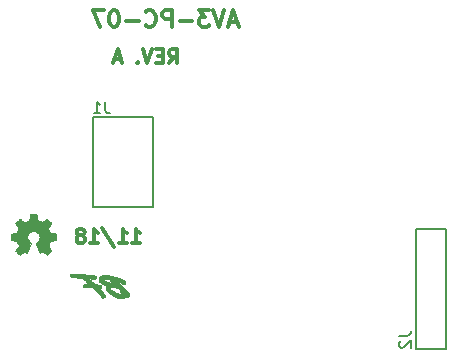
<source format=gbo>
G04 #@! TF.GenerationSoftware,KiCad,Pcbnew,5.0.1-33cea8e~68~ubuntu18.04.1*
G04 #@! TF.CreationDate,2018-11-28T03:54:02-05:00*
G04 #@! TF.ProjectId,psu,7073752E6B696361645F706362000000,rev?*
G04 #@! TF.SameCoordinates,Original*
G04 #@! TF.FileFunction,Legend,Bot*
G04 #@! TF.FilePolarity,Positive*
%FSLAX46Y46*%
G04 Gerber Fmt 4.6, Leading zero omitted, Abs format (unit mm)*
G04 Created by KiCad (PCBNEW 5.0.1-33cea8e~68~ubuntu18.04.1) date Wed Nov 28 03:54:02 2018*
%MOMM*%
%LPD*%
G01*
G04 APERTURE LIST*
%ADD10C,0.300000*%
%ADD11C,0.180000*%
%ADD12C,0.002540*%
%ADD13C,0.050000*%
G04 APERTURE END LIST*
D10*
X146145000Y-111032857D02*
X146830714Y-111032857D01*
X146487857Y-111032857D02*
X146487857Y-109832857D01*
X146602142Y-110004285D01*
X146716428Y-110118571D01*
X146830714Y-110175714D01*
X145002142Y-111032857D02*
X145687857Y-111032857D01*
X145345000Y-111032857D02*
X145345000Y-109832857D01*
X145459285Y-110004285D01*
X145573571Y-110118571D01*
X145687857Y-110175714D01*
X143630714Y-109775714D02*
X144659285Y-111318571D01*
X142602142Y-111032857D02*
X143287857Y-111032857D01*
X142945000Y-111032857D02*
X142945000Y-109832857D01*
X143059285Y-110004285D01*
X143173571Y-110118571D01*
X143287857Y-110175714D01*
X141916428Y-110347142D02*
X142030714Y-110290000D01*
X142087857Y-110232857D01*
X142145000Y-110118571D01*
X142145000Y-110061428D01*
X142087857Y-109947142D01*
X142030714Y-109890000D01*
X141916428Y-109832857D01*
X141687857Y-109832857D01*
X141573571Y-109890000D01*
X141516428Y-109947142D01*
X141459285Y-110061428D01*
X141459285Y-110118571D01*
X141516428Y-110232857D01*
X141573571Y-110290000D01*
X141687857Y-110347142D01*
X141916428Y-110347142D01*
X142030714Y-110404285D01*
X142087857Y-110461428D01*
X142145000Y-110575714D01*
X142145000Y-110804285D01*
X142087857Y-110918571D01*
X142030714Y-110975714D01*
X141916428Y-111032857D01*
X141687857Y-111032857D01*
X141573571Y-110975714D01*
X141516428Y-110918571D01*
X141459285Y-110804285D01*
X141459285Y-110575714D01*
X141516428Y-110461428D01*
X141573571Y-110404285D01*
X141687857Y-110347142D01*
X149262857Y-95792857D02*
X149662857Y-95221428D01*
X149948571Y-95792857D02*
X149948571Y-94592857D01*
X149491428Y-94592857D01*
X149377142Y-94650000D01*
X149320000Y-94707142D01*
X149262857Y-94821428D01*
X149262857Y-94992857D01*
X149320000Y-95107142D01*
X149377142Y-95164285D01*
X149491428Y-95221428D01*
X149948571Y-95221428D01*
X148748571Y-95164285D02*
X148348571Y-95164285D01*
X148177142Y-95792857D02*
X148748571Y-95792857D01*
X148748571Y-94592857D01*
X148177142Y-94592857D01*
X147834285Y-94592857D02*
X147434285Y-95792857D01*
X147034285Y-94592857D01*
X146634285Y-95678571D02*
X146577142Y-95735714D01*
X146634285Y-95792857D01*
X146691428Y-95735714D01*
X146634285Y-95678571D01*
X146634285Y-95792857D01*
X145205714Y-95450000D02*
X144634285Y-95450000D01*
X145320000Y-95792857D02*
X144920000Y-94592857D01*
X144520000Y-95792857D01*
X155037666Y-92308333D02*
X154371000Y-92308333D01*
X155171000Y-92708333D02*
X154704333Y-91308333D01*
X154237666Y-92708333D01*
X153971000Y-91308333D02*
X153504333Y-92708333D01*
X153037666Y-91308333D01*
X152704333Y-91308333D02*
X151837666Y-91308333D01*
X152304333Y-91841666D01*
X152104333Y-91841666D01*
X151971000Y-91908333D01*
X151904333Y-91975000D01*
X151837666Y-92108333D01*
X151837666Y-92441666D01*
X151904333Y-92575000D01*
X151971000Y-92641666D01*
X152104333Y-92708333D01*
X152504333Y-92708333D01*
X152637666Y-92641666D01*
X152704333Y-92575000D01*
X151237666Y-92175000D02*
X150171000Y-92175000D01*
X149504333Y-92708333D02*
X149504333Y-91308333D01*
X148971000Y-91308333D01*
X148837666Y-91375000D01*
X148771000Y-91441666D01*
X148704333Y-91575000D01*
X148704333Y-91775000D01*
X148771000Y-91908333D01*
X148837666Y-91975000D01*
X148971000Y-92041666D01*
X149504333Y-92041666D01*
X147304333Y-92575000D02*
X147371000Y-92641666D01*
X147571000Y-92708333D01*
X147704333Y-92708333D01*
X147904333Y-92641666D01*
X148037666Y-92508333D01*
X148104333Y-92375000D01*
X148171000Y-92108333D01*
X148171000Y-91908333D01*
X148104333Y-91641666D01*
X148037666Y-91508333D01*
X147904333Y-91375000D01*
X147704333Y-91308333D01*
X147571000Y-91308333D01*
X147371000Y-91375000D01*
X147304333Y-91441666D01*
X146704333Y-92175000D02*
X145637666Y-92175000D01*
X144704333Y-91308333D02*
X144571000Y-91308333D01*
X144437666Y-91375000D01*
X144371000Y-91441666D01*
X144304333Y-91575000D01*
X144237666Y-91841666D01*
X144237666Y-92175000D01*
X144304333Y-92441666D01*
X144371000Y-92575000D01*
X144437666Y-92641666D01*
X144571000Y-92708333D01*
X144704333Y-92708333D01*
X144837666Y-92641666D01*
X144904333Y-92575000D01*
X144971000Y-92441666D01*
X145037666Y-92175000D01*
X145037666Y-91841666D01*
X144971000Y-91575000D01*
X144904333Y-91441666D01*
X144837666Y-91375000D01*
X144704333Y-91308333D01*
X143771000Y-91308333D02*
X142837666Y-91308333D01*
X143437666Y-92708333D01*
D11*
G04 #@! TO.C,J1*
X147955000Y-107950000D02*
X147955000Y-100330000D01*
X142875000Y-100330000D02*
X142875000Y-107950000D01*
X142875000Y-107950000D02*
X147955000Y-107950000D01*
X147955000Y-100330000D02*
X142875000Y-100330000D01*
G04 #@! TO.C,J2*
X170180000Y-120015000D02*
X172720000Y-120015000D01*
X170180000Y-109855000D02*
X170180000Y-120015000D01*
X172720000Y-109855000D02*
X170180000Y-109855000D01*
X172720000Y-120015000D02*
X172720000Y-109855000D01*
D12*
G04 #@! TO.C,REF\002A\002A*
G36*
X138948160Y-112008920D02*
X138927840Y-111998760D01*
X138884660Y-111970820D01*
X138821160Y-111927640D01*
X138744960Y-111879380D01*
X138671300Y-111826040D01*
X138607800Y-111785400D01*
X138564620Y-111757460D01*
X138546840Y-111747300D01*
X138536680Y-111752380D01*
X138501120Y-111767620D01*
X138447780Y-111795560D01*
X138419840Y-111810800D01*
X138371580Y-111831120D01*
X138346180Y-111836200D01*
X138343640Y-111828580D01*
X138325860Y-111793020D01*
X138297920Y-111729520D01*
X138262360Y-111648240D01*
X138221720Y-111551720D01*
X138176000Y-111447580D01*
X138132820Y-111340900D01*
X138089640Y-111239300D01*
X138054080Y-111147860D01*
X138023600Y-111074200D01*
X138003280Y-111023400D01*
X137995660Y-111000540D01*
X137998200Y-110995460D01*
X138023600Y-110972600D01*
X138064240Y-110942120D01*
X138153140Y-110868460D01*
X138244580Y-110756700D01*
X138297920Y-110629700D01*
X138315700Y-110490000D01*
X138300460Y-110363000D01*
X138249660Y-110236000D01*
X138163300Y-110124240D01*
X138056620Y-110040420D01*
X137932160Y-109989620D01*
X137795000Y-109971840D01*
X137662920Y-109987080D01*
X137535920Y-110037880D01*
X137424160Y-110121700D01*
X137375900Y-110177580D01*
X137309860Y-110291880D01*
X137274300Y-110413800D01*
X137269220Y-110444280D01*
X137274300Y-110576360D01*
X137314940Y-110703360D01*
X137386060Y-110817660D01*
X137482580Y-110911640D01*
X137495280Y-110921800D01*
X137541000Y-110954820D01*
X137571480Y-110980220D01*
X137594340Y-110998000D01*
X137424160Y-111409480D01*
X137396220Y-111472980D01*
X137350500Y-111584740D01*
X137309860Y-111681260D01*
X137276840Y-111760000D01*
X137253980Y-111810800D01*
X137243820Y-111831120D01*
X137243820Y-111833660D01*
X137228580Y-111836200D01*
X137195560Y-111823500D01*
X137139680Y-111795560D01*
X137101580Y-111777780D01*
X137058400Y-111754920D01*
X137038080Y-111747300D01*
X137022840Y-111757460D01*
X136979660Y-111782860D01*
X136918700Y-111823500D01*
X136845040Y-111874300D01*
X136776460Y-111922560D01*
X136710420Y-111965740D01*
X136664700Y-111993680D01*
X136641840Y-112006380D01*
X136639300Y-112006380D01*
X136618980Y-111996220D01*
X136580880Y-111965740D01*
X136525000Y-111912400D01*
X136446260Y-111833660D01*
X136433560Y-111820960D01*
X136370060Y-111754920D01*
X136316720Y-111699040D01*
X136281160Y-111660940D01*
X136268460Y-111643160D01*
X136281160Y-111620300D01*
X136309100Y-111574580D01*
X136352280Y-111508540D01*
X136403080Y-111432340D01*
X136540240Y-111234220D01*
X136466580Y-111048800D01*
X136443720Y-110992920D01*
X136413240Y-110921800D01*
X136392920Y-110873540D01*
X136380220Y-110850680D01*
X136359900Y-110845600D01*
X136309100Y-110832900D01*
X136235440Y-110817660D01*
X136146540Y-110799880D01*
X136062720Y-110784640D01*
X135986520Y-110771940D01*
X135933180Y-110759240D01*
X135907780Y-110754160D01*
X135902700Y-110751620D01*
X135897620Y-110738920D01*
X135895080Y-110713520D01*
X135892540Y-110667800D01*
X135892540Y-110596680D01*
X135892540Y-110490000D01*
X135892540Y-110482380D01*
X135892540Y-110380780D01*
X135895080Y-110302040D01*
X135897620Y-110248700D01*
X135900160Y-110228380D01*
X135923020Y-110220760D01*
X135978900Y-110210600D01*
X136052560Y-110195360D01*
X136144000Y-110177580D01*
X136149080Y-110177580D01*
X136240520Y-110159800D01*
X136314180Y-110144560D01*
X136367520Y-110131860D01*
X136390380Y-110124240D01*
X136395460Y-110119160D01*
X136413240Y-110083600D01*
X136438640Y-110027720D01*
X136469120Y-109959140D01*
X136497060Y-109888020D01*
X136525000Y-109824520D01*
X136540240Y-109778800D01*
X136545320Y-109755940D01*
X136532620Y-109733080D01*
X136502140Y-109687360D01*
X136456420Y-109621320D01*
X136405620Y-109545120D01*
X136400540Y-109540040D01*
X136349740Y-109463840D01*
X136306560Y-109400340D01*
X136278620Y-109354620D01*
X136268460Y-109331760D01*
X136286240Y-109308900D01*
X136324340Y-109265720D01*
X136380220Y-109207300D01*
X136446260Y-109141260D01*
X136469120Y-109118400D01*
X136542780Y-109047280D01*
X136593580Y-108999020D01*
X136626600Y-108973620D01*
X136641840Y-108968540D01*
X136664700Y-108983780D01*
X136712960Y-109014260D01*
X136779000Y-109059980D01*
X136855200Y-109110780D01*
X136860280Y-109115860D01*
X136936480Y-109166660D01*
X136999980Y-109209840D01*
X137045700Y-109240320D01*
X137066020Y-109250480D01*
X137068560Y-109250480D01*
X137099040Y-109242860D01*
X137152380Y-109222540D01*
X137220960Y-109197140D01*
X137289540Y-109169200D01*
X137355580Y-109141260D01*
X137403840Y-109120940D01*
X137424160Y-109108240D01*
X137426700Y-109105700D01*
X137434320Y-109077760D01*
X137447020Y-109021880D01*
X137462260Y-108943140D01*
X137480040Y-108849160D01*
X137482580Y-108836460D01*
X137500360Y-108745020D01*
X137515600Y-108668820D01*
X137525760Y-108618020D01*
X137530840Y-108597700D01*
X137543540Y-108592620D01*
X137589260Y-108590080D01*
X137655300Y-108587540D01*
X137739120Y-108587540D01*
X137822940Y-108587540D01*
X137906760Y-108590080D01*
X137977880Y-108592620D01*
X138031220Y-108595160D01*
X138051540Y-108600240D01*
X138061700Y-108630720D01*
X138071860Y-108686600D01*
X138089640Y-108765340D01*
X138107420Y-108859320D01*
X138109960Y-108874560D01*
X138127740Y-108966000D01*
X138142980Y-109039660D01*
X138153140Y-109090460D01*
X138158220Y-109110780D01*
X138168380Y-109115860D01*
X138203940Y-109131100D01*
X138264900Y-109156500D01*
X138341100Y-109186980D01*
X138516360Y-109258100D01*
X138729720Y-109110780D01*
X138747500Y-109098080D01*
X138826240Y-109047280D01*
X138889740Y-109004100D01*
X138932920Y-108976160D01*
X138950700Y-108966000D01*
X138953240Y-108966000D01*
X138973560Y-108983780D01*
X139016740Y-109024420D01*
X139072620Y-109080300D01*
X139141200Y-109148880D01*
X139192000Y-109197140D01*
X139250420Y-109258100D01*
X139285980Y-109298740D01*
X139306300Y-109324140D01*
X139313920Y-109339380D01*
X139313920Y-109349540D01*
X139298680Y-109372400D01*
X139268200Y-109418120D01*
X139222480Y-109484160D01*
X139171680Y-109560360D01*
X139128500Y-109621320D01*
X139082780Y-109694980D01*
X139052300Y-109745780D01*
X139042140Y-109771180D01*
X139044680Y-109781340D01*
X139059920Y-109821980D01*
X139085320Y-109885480D01*
X139115800Y-109961680D01*
X139192000Y-110131860D01*
X139301220Y-110152180D01*
X139369800Y-110164880D01*
X139463780Y-110182660D01*
X139552680Y-110200440D01*
X139694920Y-110228380D01*
X139700000Y-110741460D01*
X139677140Y-110751620D01*
X139656820Y-110756700D01*
X139603480Y-110769400D01*
X139529820Y-110784640D01*
X139443460Y-110799880D01*
X139367260Y-110815120D01*
X139293600Y-110827820D01*
X139237720Y-110837980D01*
X139214860Y-110843060D01*
X139207240Y-110850680D01*
X139189460Y-110888780D01*
X139164060Y-110947200D01*
X139133580Y-111015780D01*
X139103100Y-111089440D01*
X139075160Y-111155480D01*
X139057380Y-111206280D01*
X139049760Y-111231680D01*
X139062460Y-111252000D01*
X139090400Y-111295180D01*
X139131040Y-111358680D01*
X139181840Y-111434880D01*
X139232640Y-111508540D01*
X139275820Y-111572040D01*
X139306300Y-111617760D01*
X139319000Y-111640620D01*
X139313920Y-111653320D01*
X139283440Y-111688880D01*
X139227560Y-111749840D01*
X139143740Y-111831120D01*
X139128500Y-111843820D01*
X139062460Y-111909860D01*
X139006580Y-111960660D01*
X138965940Y-111996220D01*
X138948160Y-112008920D01*
X138948160Y-112008920D01*
G37*
X138948160Y-112008920D02*
X138927840Y-111998760D01*
X138884660Y-111970820D01*
X138821160Y-111927640D01*
X138744960Y-111879380D01*
X138671300Y-111826040D01*
X138607800Y-111785400D01*
X138564620Y-111757460D01*
X138546840Y-111747300D01*
X138536680Y-111752380D01*
X138501120Y-111767620D01*
X138447780Y-111795560D01*
X138419840Y-111810800D01*
X138371580Y-111831120D01*
X138346180Y-111836200D01*
X138343640Y-111828580D01*
X138325860Y-111793020D01*
X138297920Y-111729520D01*
X138262360Y-111648240D01*
X138221720Y-111551720D01*
X138176000Y-111447580D01*
X138132820Y-111340900D01*
X138089640Y-111239300D01*
X138054080Y-111147860D01*
X138023600Y-111074200D01*
X138003280Y-111023400D01*
X137995660Y-111000540D01*
X137998200Y-110995460D01*
X138023600Y-110972600D01*
X138064240Y-110942120D01*
X138153140Y-110868460D01*
X138244580Y-110756700D01*
X138297920Y-110629700D01*
X138315700Y-110490000D01*
X138300460Y-110363000D01*
X138249660Y-110236000D01*
X138163300Y-110124240D01*
X138056620Y-110040420D01*
X137932160Y-109989620D01*
X137795000Y-109971840D01*
X137662920Y-109987080D01*
X137535920Y-110037880D01*
X137424160Y-110121700D01*
X137375900Y-110177580D01*
X137309860Y-110291880D01*
X137274300Y-110413800D01*
X137269220Y-110444280D01*
X137274300Y-110576360D01*
X137314940Y-110703360D01*
X137386060Y-110817660D01*
X137482580Y-110911640D01*
X137495280Y-110921800D01*
X137541000Y-110954820D01*
X137571480Y-110980220D01*
X137594340Y-110998000D01*
X137424160Y-111409480D01*
X137396220Y-111472980D01*
X137350500Y-111584740D01*
X137309860Y-111681260D01*
X137276840Y-111760000D01*
X137253980Y-111810800D01*
X137243820Y-111831120D01*
X137243820Y-111833660D01*
X137228580Y-111836200D01*
X137195560Y-111823500D01*
X137139680Y-111795560D01*
X137101580Y-111777780D01*
X137058400Y-111754920D01*
X137038080Y-111747300D01*
X137022840Y-111757460D01*
X136979660Y-111782860D01*
X136918700Y-111823500D01*
X136845040Y-111874300D01*
X136776460Y-111922560D01*
X136710420Y-111965740D01*
X136664700Y-111993680D01*
X136641840Y-112006380D01*
X136639300Y-112006380D01*
X136618980Y-111996220D01*
X136580880Y-111965740D01*
X136525000Y-111912400D01*
X136446260Y-111833660D01*
X136433560Y-111820960D01*
X136370060Y-111754920D01*
X136316720Y-111699040D01*
X136281160Y-111660940D01*
X136268460Y-111643160D01*
X136281160Y-111620300D01*
X136309100Y-111574580D01*
X136352280Y-111508540D01*
X136403080Y-111432340D01*
X136540240Y-111234220D01*
X136466580Y-111048800D01*
X136443720Y-110992920D01*
X136413240Y-110921800D01*
X136392920Y-110873540D01*
X136380220Y-110850680D01*
X136359900Y-110845600D01*
X136309100Y-110832900D01*
X136235440Y-110817660D01*
X136146540Y-110799880D01*
X136062720Y-110784640D01*
X135986520Y-110771940D01*
X135933180Y-110759240D01*
X135907780Y-110754160D01*
X135902700Y-110751620D01*
X135897620Y-110738920D01*
X135895080Y-110713520D01*
X135892540Y-110667800D01*
X135892540Y-110596680D01*
X135892540Y-110490000D01*
X135892540Y-110482380D01*
X135892540Y-110380780D01*
X135895080Y-110302040D01*
X135897620Y-110248700D01*
X135900160Y-110228380D01*
X135923020Y-110220760D01*
X135978900Y-110210600D01*
X136052560Y-110195360D01*
X136144000Y-110177580D01*
X136149080Y-110177580D01*
X136240520Y-110159800D01*
X136314180Y-110144560D01*
X136367520Y-110131860D01*
X136390380Y-110124240D01*
X136395460Y-110119160D01*
X136413240Y-110083600D01*
X136438640Y-110027720D01*
X136469120Y-109959140D01*
X136497060Y-109888020D01*
X136525000Y-109824520D01*
X136540240Y-109778800D01*
X136545320Y-109755940D01*
X136532620Y-109733080D01*
X136502140Y-109687360D01*
X136456420Y-109621320D01*
X136405620Y-109545120D01*
X136400540Y-109540040D01*
X136349740Y-109463840D01*
X136306560Y-109400340D01*
X136278620Y-109354620D01*
X136268460Y-109331760D01*
X136286240Y-109308900D01*
X136324340Y-109265720D01*
X136380220Y-109207300D01*
X136446260Y-109141260D01*
X136469120Y-109118400D01*
X136542780Y-109047280D01*
X136593580Y-108999020D01*
X136626600Y-108973620D01*
X136641840Y-108968540D01*
X136664700Y-108983780D01*
X136712960Y-109014260D01*
X136779000Y-109059980D01*
X136855200Y-109110780D01*
X136860280Y-109115860D01*
X136936480Y-109166660D01*
X136999980Y-109209840D01*
X137045700Y-109240320D01*
X137066020Y-109250480D01*
X137068560Y-109250480D01*
X137099040Y-109242860D01*
X137152380Y-109222540D01*
X137220960Y-109197140D01*
X137289540Y-109169200D01*
X137355580Y-109141260D01*
X137403840Y-109120940D01*
X137424160Y-109108240D01*
X137426700Y-109105700D01*
X137434320Y-109077760D01*
X137447020Y-109021880D01*
X137462260Y-108943140D01*
X137480040Y-108849160D01*
X137482580Y-108836460D01*
X137500360Y-108745020D01*
X137515600Y-108668820D01*
X137525760Y-108618020D01*
X137530840Y-108597700D01*
X137543540Y-108592620D01*
X137589260Y-108590080D01*
X137655300Y-108587540D01*
X137739120Y-108587540D01*
X137822940Y-108587540D01*
X137906760Y-108590080D01*
X137977880Y-108592620D01*
X138031220Y-108595160D01*
X138051540Y-108600240D01*
X138061700Y-108630720D01*
X138071860Y-108686600D01*
X138089640Y-108765340D01*
X138107420Y-108859320D01*
X138109960Y-108874560D01*
X138127740Y-108966000D01*
X138142980Y-109039660D01*
X138153140Y-109090460D01*
X138158220Y-109110780D01*
X138168380Y-109115860D01*
X138203940Y-109131100D01*
X138264900Y-109156500D01*
X138341100Y-109186980D01*
X138516360Y-109258100D01*
X138729720Y-109110780D01*
X138747500Y-109098080D01*
X138826240Y-109047280D01*
X138889740Y-109004100D01*
X138932920Y-108976160D01*
X138950700Y-108966000D01*
X138953240Y-108966000D01*
X138973560Y-108983780D01*
X139016740Y-109024420D01*
X139072620Y-109080300D01*
X139141200Y-109148880D01*
X139192000Y-109197140D01*
X139250420Y-109258100D01*
X139285980Y-109298740D01*
X139306300Y-109324140D01*
X139313920Y-109339380D01*
X139313920Y-109349540D01*
X139298680Y-109372400D01*
X139268200Y-109418120D01*
X139222480Y-109484160D01*
X139171680Y-109560360D01*
X139128500Y-109621320D01*
X139082780Y-109694980D01*
X139052300Y-109745780D01*
X139042140Y-109771180D01*
X139044680Y-109781340D01*
X139059920Y-109821980D01*
X139085320Y-109885480D01*
X139115800Y-109961680D01*
X139192000Y-110131860D01*
X139301220Y-110152180D01*
X139369800Y-110164880D01*
X139463780Y-110182660D01*
X139552680Y-110200440D01*
X139694920Y-110228380D01*
X139700000Y-110741460D01*
X139677140Y-110751620D01*
X139656820Y-110756700D01*
X139603480Y-110769400D01*
X139529820Y-110784640D01*
X139443460Y-110799880D01*
X139367260Y-110815120D01*
X139293600Y-110827820D01*
X139237720Y-110837980D01*
X139214860Y-110843060D01*
X139207240Y-110850680D01*
X139189460Y-110888780D01*
X139164060Y-110947200D01*
X139133580Y-111015780D01*
X139103100Y-111089440D01*
X139075160Y-111155480D01*
X139057380Y-111206280D01*
X139049760Y-111231680D01*
X139062460Y-111252000D01*
X139090400Y-111295180D01*
X139131040Y-111358680D01*
X139181840Y-111434880D01*
X139232640Y-111508540D01*
X139275820Y-111572040D01*
X139306300Y-111617760D01*
X139319000Y-111640620D01*
X139313920Y-111653320D01*
X139283440Y-111688880D01*
X139227560Y-111749840D01*
X139143740Y-111831120D01*
X139128500Y-111843820D01*
X139062460Y-111909860D01*
X139006580Y-111960660D01*
X138965940Y-111996220D01*
X138948160Y-112008920D01*
D13*
G36*
X140885417Y-113736197D02*
X140891952Y-113783663D01*
X140909692Y-113830153D01*
X140937575Y-113870163D01*
X140953521Y-113884883D01*
X140965724Y-113892681D01*
X140981982Y-113898614D01*
X141005647Y-113903132D01*
X141040067Y-113906685D01*
X141088591Y-113909724D01*
X141154568Y-113912699D01*
X141162837Y-113913033D01*
X141228783Y-113915885D01*
X141309718Y-113919701D01*
X141399507Y-113924174D01*
X141492011Y-113928994D01*
X141581092Y-113933855D01*
X141610292Y-113935506D01*
X141683426Y-113939661D01*
X141749837Y-113943384D01*
X141806511Y-113946511D01*
X141850437Y-113948876D01*
X141878602Y-113950316D01*
X141887703Y-113950690D01*
X141900540Y-113957151D01*
X141925669Y-113974646D01*
X141959324Y-114000417D01*
X141993536Y-114028194D01*
X142024928Y-114054903D01*
X142065680Y-114090424D01*
X142113372Y-114132565D01*
X142165584Y-114179133D01*
X142219895Y-114227936D01*
X142273886Y-114276782D01*
X142325136Y-114323477D01*
X142371226Y-114365830D01*
X142409735Y-114401647D01*
X142438243Y-114428737D01*
X142454331Y-114444906D01*
X142456795Y-114447901D01*
X142449264Y-114451348D01*
X142423033Y-114453164D01*
X142380511Y-114453291D01*
X142324108Y-114451670D01*
X142316517Y-114451355D01*
X142243715Y-114449211D01*
X142187906Y-114450343D01*
X142145068Y-114455492D01*
X142111181Y-114465397D01*
X142082221Y-114480800D01*
X142058309Y-114498909D01*
X142024465Y-114536804D01*
X142000514Y-114582329D01*
X141988330Y-114629593D01*
X141989785Y-114672700D01*
X141996898Y-114692169D01*
X142004808Y-114704849D01*
X142015043Y-114715193D01*
X142029746Y-114723487D01*
X142051055Y-114730014D01*
X142081114Y-114735059D01*
X142122063Y-114738905D01*
X142176044Y-114741837D01*
X142245198Y-114744139D01*
X142331665Y-114746094D01*
X142414625Y-114747599D01*
X142499671Y-114749341D01*
X142578847Y-114751507D01*
X142649431Y-114753981D01*
X142708700Y-114756647D01*
X142753932Y-114759388D01*
X142782404Y-114762087D01*
X142790433Y-114763684D01*
X142807067Y-114774632D01*
X142836191Y-114798715D01*
X142875616Y-114833821D01*
X142923153Y-114877834D01*
X142976613Y-114928641D01*
X143033807Y-114984128D01*
X143092545Y-115042181D01*
X143150638Y-115100685D01*
X143205898Y-115157528D01*
X143256136Y-115210595D01*
X143279653Y-115236112D01*
X143364443Y-115331806D01*
X143434066Y-115416343D01*
X143490006Y-115491634D01*
X143533748Y-115559590D01*
X143541462Y-115572999D01*
X143575118Y-115622698D01*
X143609992Y-115652305D01*
X143648434Y-115662866D01*
X143692793Y-115655424D01*
X143711008Y-115648390D01*
X143764713Y-115615502D01*
X143805817Y-115567627D01*
X143819095Y-115544358D01*
X143832717Y-115505276D01*
X143834155Y-115462614D01*
X143822675Y-115414337D01*
X143797543Y-115358405D01*
X143758023Y-115292780D01*
X143703382Y-115215426D01*
X143697807Y-115207966D01*
X143667438Y-115167836D01*
X143640505Y-115133350D01*
X143613861Y-115100828D01*
X143584356Y-115066593D01*
X143548841Y-115026964D01*
X143504168Y-114978265D01*
X143465000Y-114935987D01*
X143392216Y-114857599D01*
X143430042Y-114844595D01*
X143468522Y-114828051D01*
X143492097Y-114807227D01*
X143506932Y-114775844D01*
X143510925Y-114762232D01*
X143517273Y-114713310D01*
X143512575Y-114662615D01*
X143498529Y-114615699D01*
X143476833Y-114578116D01*
X143449186Y-114555418D01*
X143447467Y-114554688D01*
X143428360Y-114549549D01*
X143392202Y-114542066D01*
X143342895Y-114532901D01*
X143284341Y-114522715D01*
X143220441Y-114512169D01*
X143155096Y-114501925D01*
X143092209Y-114492644D01*
X143038019Y-114485286D01*
X143021789Y-114482725D01*
X143006450Y-114478460D01*
X142989887Y-114470939D01*
X142969985Y-114458612D01*
X142944628Y-114439927D01*
X142911703Y-114413333D01*
X142869093Y-114377277D01*
X142814684Y-114330210D01*
X142751895Y-114275417D01*
X142690027Y-114221370D01*
X142631062Y-114169921D01*
X142577538Y-114123280D01*
X142531994Y-114083657D01*
X142496966Y-114053262D01*
X142474994Y-114034304D01*
X142473201Y-114032770D01*
X142450420Y-114011787D01*
X142438263Y-113997402D01*
X142438578Y-113993083D01*
X142452392Y-113994155D01*
X142483789Y-113997140D01*
X142529308Y-114001692D01*
X142585485Y-114007464D01*
X142648859Y-114014110D01*
X142653510Y-114014602D01*
X142735385Y-114024018D01*
X142800267Y-114033061D01*
X142846915Y-114041528D01*
X142874090Y-114049215D01*
X142878716Y-114051644D01*
X142902524Y-114060444D01*
X142938711Y-114065829D01*
X142978686Y-114067283D01*
X143013861Y-114064293D01*
X143027985Y-114060592D01*
X143050329Y-114041560D01*
X143066086Y-114007502D01*
X143074631Y-113963703D01*
X143075338Y-113915449D01*
X143067581Y-113868022D01*
X143054781Y-113834066D01*
X143035726Y-113803992D01*
X143014476Y-113780463D01*
X143008926Y-113776222D01*
X142986379Y-113767668D01*
X142944533Y-113758219D01*
X142885229Y-113748047D01*
X142810309Y-113737325D01*
X142721615Y-113726225D01*
X142620986Y-113714920D01*
X142510265Y-113703582D01*
X142391293Y-113692383D01*
X142265911Y-113681496D01*
X142135959Y-113671094D01*
X142003280Y-113661348D01*
X141869715Y-113652431D01*
X141737104Y-113644516D01*
X141607289Y-113637774D01*
X141482111Y-113632379D01*
X141466556Y-113631796D01*
X141340856Y-113627653D01*
X141234680Y-113625289D01*
X141146455Y-113624786D01*
X141074605Y-113626224D01*
X141017557Y-113629683D01*
X140973736Y-113635246D01*
X140941569Y-113642991D01*
X140919482Y-113653001D01*
X140910204Y-113660333D01*
X140891147Y-113693253D01*
X140885417Y-113736197D01*
X140885417Y-113736197D01*
G37*
X140885417Y-113736197D02*
X140891952Y-113783663D01*
X140909692Y-113830153D01*
X140937575Y-113870163D01*
X140953521Y-113884883D01*
X140965724Y-113892681D01*
X140981982Y-113898614D01*
X141005647Y-113903132D01*
X141040067Y-113906685D01*
X141088591Y-113909724D01*
X141154568Y-113912699D01*
X141162837Y-113913033D01*
X141228783Y-113915885D01*
X141309718Y-113919701D01*
X141399507Y-113924174D01*
X141492011Y-113928994D01*
X141581092Y-113933855D01*
X141610292Y-113935506D01*
X141683426Y-113939661D01*
X141749837Y-113943384D01*
X141806511Y-113946511D01*
X141850437Y-113948876D01*
X141878602Y-113950316D01*
X141887703Y-113950690D01*
X141900540Y-113957151D01*
X141925669Y-113974646D01*
X141959324Y-114000417D01*
X141993536Y-114028194D01*
X142024928Y-114054903D01*
X142065680Y-114090424D01*
X142113372Y-114132565D01*
X142165584Y-114179133D01*
X142219895Y-114227936D01*
X142273886Y-114276782D01*
X142325136Y-114323477D01*
X142371226Y-114365830D01*
X142409735Y-114401647D01*
X142438243Y-114428737D01*
X142454331Y-114444906D01*
X142456795Y-114447901D01*
X142449264Y-114451348D01*
X142423033Y-114453164D01*
X142380511Y-114453291D01*
X142324108Y-114451670D01*
X142316517Y-114451355D01*
X142243715Y-114449211D01*
X142187906Y-114450343D01*
X142145068Y-114455492D01*
X142111181Y-114465397D01*
X142082221Y-114480800D01*
X142058309Y-114498909D01*
X142024465Y-114536804D01*
X142000514Y-114582329D01*
X141988330Y-114629593D01*
X141989785Y-114672700D01*
X141996898Y-114692169D01*
X142004808Y-114704849D01*
X142015043Y-114715193D01*
X142029746Y-114723487D01*
X142051055Y-114730014D01*
X142081114Y-114735059D01*
X142122063Y-114738905D01*
X142176044Y-114741837D01*
X142245198Y-114744139D01*
X142331665Y-114746094D01*
X142414625Y-114747599D01*
X142499671Y-114749341D01*
X142578847Y-114751507D01*
X142649431Y-114753981D01*
X142708700Y-114756647D01*
X142753932Y-114759388D01*
X142782404Y-114762087D01*
X142790433Y-114763684D01*
X142807067Y-114774632D01*
X142836191Y-114798715D01*
X142875616Y-114833821D01*
X142923153Y-114877834D01*
X142976613Y-114928641D01*
X143033807Y-114984128D01*
X143092545Y-115042181D01*
X143150638Y-115100685D01*
X143205898Y-115157528D01*
X143256136Y-115210595D01*
X143279653Y-115236112D01*
X143364443Y-115331806D01*
X143434066Y-115416343D01*
X143490006Y-115491634D01*
X143533748Y-115559590D01*
X143541462Y-115572999D01*
X143575118Y-115622698D01*
X143609992Y-115652305D01*
X143648434Y-115662866D01*
X143692793Y-115655424D01*
X143711008Y-115648390D01*
X143764713Y-115615502D01*
X143805817Y-115567627D01*
X143819095Y-115544358D01*
X143832717Y-115505276D01*
X143834155Y-115462614D01*
X143822675Y-115414337D01*
X143797543Y-115358405D01*
X143758023Y-115292780D01*
X143703382Y-115215426D01*
X143697807Y-115207966D01*
X143667438Y-115167836D01*
X143640505Y-115133350D01*
X143613861Y-115100828D01*
X143584356Y-115066593D01*
X143548841Y-115026964D01*
X143504168Y-114978265D01*
X143465000Y-114935987D01*
X143392216Y-114857599D01*
X143430042Y-114844595D01*
X143468522Y-114828051D01*
X143492097Y-114807227D01*
X143506932Y-114775844D01*
X143510925Y-114762232D01*
X143517273Y-114713310D01*
X143512575Y-114662615D01*
X143498529Y-114615699D01*
X143476833Y-114578116D01*
X143449186Y-114555418D01*
X143447467Y-114554688D01*
X143428360Y-114549549D01*
X143392202Y-114542066D01*
X143342895Y-114532901D01*
X143284341Y-114522715D01*
X143220441Y-114512169D01*
X143155096Y-114501925D01*
X143092209Y-114492644D01*
X143038019Y-114485286D01*
X143021789Y-114482725D01*
X143006450Y-114478460D01*
X142989887Y-114470939D01*
X142969985Y-114458612D01*
X142944628Y-114439927D01*
X142911703Y-114413333D01*
X142869093Y-114377277D01*
X142814684Y-114330210D01*
X142751895Y-114275417D01*
X142690027Y-114221370D01*
X142631062Y-114169921D01*
X142577538Y-114123280D01*
X142531994Y-114083657D01*
X142496966Y-114053262D01*
X142474994Y-114034304D01*
X142473201Y-114032770D01*
X142450420Y-114011787D01*
X142438263Y-113997402D01*
X142438578Y-113993083D01*
X142452392Y-113994155D01*
X142483789Y-113997140D01*
X142529308Y-114001692D01*
X142585485Y-114007464D01*
X142648859Y-114014110D01*
X142653510Y-114014602D01*
X142735385Y-114024018D01*
X142800267Y-114033061D01*
X142846915Y-114041528D01*
X142874090Y-114049215D01*
X142878716Y-114051644D01*
X142902524Y-114060444D01*
X142938711Y-114065829D01*
X142978686Y-114067283D01*
X143013861Y-114064293D01*
X143027985Y-114060592D01*
X143050329Y-114041560D01*
X143066086Y-114007502D01*
X143074631Y-113963703D01*
X143075338Y-113915449D01*
X143067581Y-113868022D01*
X143054781Y-113834066D01*
X143035726Y-113803992D01*
X143014476Y-113780463D01*
X143008926Y-113776222D01*
X142986379Y-113767668D01*
X142944533Y-113758219D01*
X142885229Y-113748047D01*
X142810309Y-113737325D01*
X142721615Y-113726225D01*
X142620986Y-113714920D01*
X142510265Y-113703582D01*
X142391293Y-113692383D01*
X142265911Y-113681496D01*
X142135959Y-113671094D01*
X142003280Y-113661348D01*
X141869715Y-113652431D01*
X141737104Y-113644516D01*
X141607289Y-113637774D01*
X141482111Y-113632379D01*
X141466556Y-113631796D01*
X141340856Y-113627653D01*
X141234680Y-113625289D01*
X141146455Y-113624786D01*
X141074605Y-113626224D01*
X141017557Y-113629683D01*
X140973736Y-113635246D01*
X140941569Y-113642991D01*
X140919482Y-113653001D01*
X140910204Y-113660333D01*
X140891147Y-113693253D01*
X140885417Y-113736197D01*
G36*
X143308960Y-114092121D02*
X143312227Y-114155202D01*
X143324312Y-114209555D01*
X143329516Y-114222639D01*
X143367324Y-114282955D01*
X143425202Y-114342696D01*
X143502052Y-114401158D01*
X143590293Y-114453771D01*
X143590293Y-114070252D01*
X143616292Y-114055850D01*
X143650345Y-114044708D01*
X143702147Y-114038030D01*
X143768777Y-114035720D01*
X143847317Y-114037680D01*
X143934846Y-114043813D01*
X144028444Y-114054022D01*
X144125190Y-114068209D01*
X144158230Y-114073912D01*
X144202329Y-114082135D01*
X144229600Y-114088805D01*
X144244082Y-114095922D01*
X144249814Y-114105484D01*
X144250834Y-114119490D01*
X144250834Y-114119755D01*
X144252774Y-114137582D01*
X144259956Y-114155722D01*
X144274426Y-114176499D01*
X144298227Y-114202234D01*
X144333403Y-114235249D01*
X144381999Y-114277866D01*
X144414482Y-114305640D01*
X144456840Y-114341864D01*
X144492820Y-114373014D01*
X144519635Y-114396649D01*
X144534501Y-114410325D01*
X144536584Y-114412685D01*
X144530407Y-114413744D01*
X144510857Y-114410877D01*
X144476404Y-114403754D01*
X144425517Y-114392045D01*
X144356667Y-114375418D01*
X144303750Y-114362362D01*
X144176707Y-114328706D01*
X144056312Y-114292658D01*
X143944873Y-114255107D01*
X143844696Y-114216943D01*
X143758087Y-114179056D01*
X143687352Y-114142336D01*
X143634797Y-114107672D01*
X143626876Y-114101238D01*
X143590293Y-114070252D01*
X143590293Y-114453771D01*
X143596776Y-114457637D01*
X143708279Y-114511431D01*
X143835463Y-114561836D01*
X143885709Y-114579295D01*
X143925992Y-114592814D01*
X143959048Y-114603922D01*
X143979346Y-114610759D01*
X143982255Y-114611746D01*
X143984286Y-114622902D01*
X143975546Y-114649740D01*
X143958442Y-114686715D01*
X143938719Y-114729147D01*
X143927868Y-114763995D01*
X143923405Y-114801537D01*
X143922750Y-114834310D01*
X143928041Y-114897670D01*
X143945015Y-114957742D01*
X143975326Y-115017613D01*
X144020626Y-115080371D01*
X144082571Y-115149105D01*
X144101604Y-115168333D01*
X144211179Y-115265220D01*
X144229667Y-115278488D01*
X144229667Y-114815598D01*
X144239693Y-114797899D01*
X144267583Y-114781788D01*
X144310052Y-114767936D01*
X144363818Y-114757017D01*
X144425597Y-114749702D01*
X144492106Y-114746665D01*
X144557750Y-114748422D01*
X144712656Y-114765533D01*
X144870084Y-114796031D01*
X144897600Y-114802754D01*
X144931876Y-114812611D01*
X144959935Y-114824665D01*
X144987424Y-114842388D01*
X145019986Y-114869248D01*
X145049965Y-114896400D01*
X145132356Y-114972379D01*
X145114928Y-115006080D01*
X145100565Y-115050095D01*
X145098232Y-115097597D01*
X145107704Y-115140433D01*
X145119235Y-115160859D01*
X145144246Y-115181934D01*
X145178297Y-115198411D01*
X145185381Y-115200588D01*
X145247784Y-115218380D01*
X145294266Y-115233822D01*
X145329640Y-115248826D01*
X145358719Y-115265303D01*
X145372887Y-115275042D01*
X145396449Y-115294242D01*
X145409307Y-115309024D01*
X145409957Y-115314133D01*
X145392775Y-115323034D01*
X145361898Y-115332459D01*
X145324675Y-115340645D01*
X145288454Y-115345826D01*
X145274325Y-115346710D01*
X145243891Y-115345034D01*
X145201655Y-115339644D01*
X145156419Y-115331679D01*
X145153550Y-115331093D01*
X145052537Y-115304968D01*
X144940574Y-115266812D01*
X144822453Y-115218740D01*
X144702969Y-115162865D01*
X144586916Y-115101304D01*
X144479088Y-115036171D01*
X144466781Y-115028117D01*
X144413087Y-114990697D01*
X144361359Y-114951108D01*
X144314461Y-114911917D01*
X144275255Y-114875692D01*
X144246607Y-114844997D01*
X144231378Y-114822401D01*
X144229667Y-114815598D01*
X144229667Y-115278488D01*
X144337978Y-115356223D01*
X144478453Y-115439544D01*
X144629061Y-115513384D01*
X144786254Y-115575944D01*
X144946488Y-115625426D01*
X145050588Y-115649724D01*
X145131828Y-115663282D01*
X145214281Y-115671861D01*
X145293110Y-115675322D01*
X145363480Y-115673525D01*
X145420554Y-115666330D01*
X145441459Y-115661029D01*
X145499611Y-115638523D01*
X145554564Y-115607443D01*
X145597958Y-115576460D01*
X145646151Y-115539674D01*
X145686680Y-115560819D01*
X145738870Y-115577497D01*
X145790457Y-115575470D01*
X145837995Y-115557007D01*
X145878041Y-115524378D01*
X145907151Y-115479853D01*
X145921880Y-115425702D01*
X145923000Y-115405082D01*
X145920909Y-115366767D01*
X145915596Y-115332660D01*
X145912068Y-115320373D01*
X145897033Y-115293891D01*
X145867851Y-115254705D01*
X145826037Y-115204353D01*
X145773101Y-115144374D01*
X145710557Y-115076305D01*
X145639918Y-115001685D01*
X145562695Y-114922052D01*
X145480401Y-114838943D01*
X145394549Y-114753899D01*
X145306651Y-114668456D01*
X145218220Y-114584152D01*
X145130768Y-114502527D01*
X145045808Y-114425117D01*
X144964851Y-114353463D01*
X144941162Y-114332966D01*
X144906308Y-114302679D01*
X144878834Y-114278212D01*
X144861806Y-114262336D01*
X144857837Y-114257666D01*
X144868825Y-114260910D01*
X144896114Y-114269821D01*
X144935992Y-114283163D01*
X144984751Y-114299704D01*
X145003191Y-114306008D01*
X145115461Y-114346552D01*
X145206862Y-114384125D01*
X145277369Y-114418713D01*
X145326955Y-114450306D01*
X145336974Y-114458514D01*
X145380313Y-114484017D01*
X145427534Y-114491021D01*
X145474355Y-114480560D01*
X145516495Y-114453663D01*
X145549672Y-114411363D01*
X145552157Y-114406670D01*
X145570085Y-114349730D01*
X145568346Y-114291538D01*
X145547752Y-114236191D01*
X145509117Y-114187782D01*
X145508635Y-114187340D01*
X145478276Y-114165331D01*
X145430780Y-114138167D01*
X145369161Y-114107162D01*
X145296436Y-114073632D01*
X145215620Y-114038891D01*
X145129729Y-114004256D01*
X145041778Y-113971040D01*
X144954783Y-113940559D01*
X144907000Y-113924982D01*
X144785990Y-113888865D01*
X144658965Y-113854859D01*
X144528616Y-113823427D01*
X144397633Y-113795035D01*
X144268707Y-113770143D01*
X144144528Y-113749217D01*
X144027787Y-113732719D01*
X143921175Y-113721113D01*
X143827382Y-113714861D01*
X143749099Y-113714428D01*
X143704457Y-113717900D01*
X143604042Y-113738982D01*
X143515321Y-113774289D01*
X143440024Y-113822646D01*
X143379885Y-113882879D01*
X143336637Y-113953815D01*
X143328950Y-113972339D01*
X143314528Y-114028453D01*
X143308960Y-114092121D01*
X143308960Y-114092121D01*
G37*
X143308960Y-114092121D02*
X143312227Y-114155202D01*
X143324312Y-114209555D01*
X143329516Y-114222639D01*
X143367324Y-114282955D01*
X143425202Y-114342696D01*
X143502052Y-114401158D01*
X143590293Y-114453771D01*
X143590293Y-114070252D01*
X143616292Y-114055850D01*
X143650345Y-114044708D01*
X143702147Y-114038030D01*
X143768777Y-114035720D01*
X143847317Y-114037680D01*
X143934846Y-114043813D01*
X144028444Y-114054022D01*
X144125190Y-114068209D01*
X144158230Y-114073912D01*
X144202329Y-114082135D01*
X144229600Y-114088805D01*
X144244082Y-114095922D01*
X144249814Y-114105484D01*
X144250834Y-114119490D01*
X144250834Y-114119755D01*
X144252774Y-114137582D01*
X144259956Y-114155722D01*
X144274426Y-114176499D01*
X144298227Y-114202234D01*
X144333403Y-114235249D01*
X144381999Y-114277866D01*
X144414482Y-114305640D01*
X144456840Y-114341864D01*
X144492820Y-114373014D01*
X144519635Y-114396649D01*
X144534501Y-114410325D01*
X144536584Y-114412685D01*
X144530407Y-114413744D01*
X144510857Y-114410877D01*
X144476404Y-114403754D01*
X144425517Y-114392045D01*
X144356667Y-114375418D01*
X144303750Y-114362362D01*
X144176707Y-114328706D01*
X144056312Y-114292658D01*
X143944873Y-114255107D01*
X143844696Y-114216943D01*
X143758087Y-114179056D01*
X143687352Y-114142336D01*
X143634797Y-114107672D01*
X143626876Y-114101238D01*
X143590293Y-114070252D01*
X143590293Y-114453771D01*
X143596776Y-114457637D01*
X143708279Y-114511431D01*
X143835463Y-114561836D01*
X143885709Y-114579295D01*
X143925992Y-114592814D01*
X143959048Y-114603922D01*
X143979346Y-114610759D01*
X143982255Y-114611746D01*
X143984286Y-114622902D01*
X143975546Y-114649740D01*
X143958442Y-114686715D01*
X143938719Y-114729147D01*
X143927868Y-114763995D01*
X143923405Y-114801537D01*
X143922750Y-114834310D01*
X143928041Y-114897670D01*
X143945015Y-114957742D01*
X143975326Y-115017613D01*
X144020626Y-115080371D01*
X144082571Y-115149105D01*
X144101604Y-115168333D01*
X144211179Y-115265220D01*
X144229667Y-115278488D01*
X144229667Y-114815598D01*
X144239693Y-114797899D01*
X144267583Y-114781788D01*
X144310052Y-114767936D01*
X144363818Y-114757017D01*
X144425597Y-114749702D01*
X144492106Y-114746665D01*
X144557750Y-114748422D01*
X144712656Y-114765533D01*
X144870084Y-114796031D01*
X144897600Y-114802754D01*
X144931876Y-114812611D01*
X144959935Y-114824665D01*
X144987424Y-114842388D01*
X145019986Y-114869248D01*
X145049965Y-114896400D01*
X145132356Y-114972379D01*
X145114928Y-115006080D01*
X145100565Y-115050095D01*
X145098232Y-115097597D01*
X145107704Y-115140433D01*
X145119235Y-115160859D01*
X145144246Y-115181934D01*
X145178297Y-115198411D01*
X145185381Y-115200588D01*
X145247784Y-115218380D01*
X145294266Y-115233822D01*
X145329640Y-115248826D01*
X145358719Y-115265303D01*
X145372887Y-115275042D01*
X145396449Y-115294242D01*
X145409307Y-115309024D01*
X145409957Y-115314133D01*
X145392775Y-115323034D01*
X145361898Y-115332459D01*
X145324675Y-115340645D01*
X145288454Y-115345826D01*
X145274325Y-115346710D01*
X145243891Y-115345034D01*
X145201655Y-115339644D01*
X145156419Y-115331679D01*
X145153550Y-115331093D01*
X145052537Y-115304968D01*
X144940574Y-115266812D01*
X144822453Y-115218740D01*
X144702969Y-115162865D01*
X144586916Y-115101304D01*
X144479088Y-115036171D01*
X144466781Y-115028117D01*
X144413087Y-114990697D01*
X144361359Y-114951108D01*
X144314461Y-114911917D01*
X144275255Y-114875692D01*
X144246607Y-114844997D01*
X144231378Y-114822401D01*
X144229667Y-114815598D01*
X144229667Y-115278488D01*
X144337978Y-115356223D01*
X144478453Y-115439544D01*
X144629061Y-115513384D01*
X144786254Y-115575944D01*
X144946488Y-115625426D01*
X145050588Y-115649724D01*
X145131828Y-115663282D01*
X145214281Y-115671861D01*
X145293110Y-115675322D01*
X145363480Y-115673525D01*
X145420554Y-115666330D01*
X145441459Y-115661029D01*
X145499611Y-115638523D01*
X145554564Y-115607443D01*
X145597958Y-115576460D01*
X145646151Y-115539674D01*
X145686680Y-115560819D01*
X145738870Y-115577497D01*
X145790457Y-115575470D01*
X145837995Y-115557007D01*
X145878041Y-115524378D01*
X145907151Y-115479853D01*
X145921880Y-115425702D01*
X145923000Y-115405082D01*
X145920909Y-115366767D01*
X145915596Y-115332660D01*
X145912068Y-115320373D01*
X145897033Y-115293891D01*
X145867851Y-115254705D01*
X145826037Y-115204353D01*
X145773101Y-115144374D01*
X145710557Y-115076305D01*
X145639918Y-115001685D01*
X145562695Y-114922052D01*
X145480401Y-114838943D01*
X145394549Y-114753899D01*
X145306651Y-114668456D01*
X145218220Y-114584152D01*
X145130768Y-114502527D01*
X145045808Y-114425117D01*
X144964851Y-114353463D01*
X144941162Y-114332966D01*
X144906308Y-114302679D01*
X144878834Y-114278212D01*
X144861806Y-114262336D01*
X144857837Y-114257666D01*
X144868825Y-114260910D01*
X144896114Y-114269821D01*
X144935992Y-114283163D01*
X144984751Y-114299704D01*
X145003191Y-114306008D01*
X145115461Y-114346552D01*
X145206862Y-114384125D01*
X145277369Y-114418713D01*
X145326955Y-114450306D01*
X145336974Y-114458514D01*
X145380313Y-114484017D01*
X145427534Y-114491021D01*
X145474355Y-114480560D01*
X145516495Y-114453663D01*
X145549672Y-114411363D01*
X145552157Y-114406670D01*
X145570085Y-114349730D01*
X145568346Y-114291538D01*
X145547752Y-114236191D01*
X145509117Y-114187782D01*
X145508635Y-114187340D01*
X145478276Y-114165331D01*
X145430780Y-114138167D01*
X145369161Y-114107162D01*
X145296436Y-114073632D01*
X145215620Y-114038891D01*
X145129729Y-114004256D01*
X145041778Y-113971040D01*
X144954783Y-113940559D01*
X144907000Y-113924982D01*
X144785990Y-113888865D01*
X144658965Y-113854859D01*
X144528616Y-113823427D01*
X144397633Y-113795035D01*
X144268707Y-113770143D01*
X144144528Y-113749217D01*
X144027787Y-113732719D01*
X143921175Y-113721113D01*
X143827382Y-113714861D01*
X143749099Y-113714428D01*
X143704457Y-113717900D01*
X143604042Y-113738982D01*
X143515321Y-113774289D01*
X143440024Y-113822646D01*
X143379885Y-113882879D01*
X143336637Y-113953815D01*
X143328950Y-113972339D01*
X143314528Y-114028453D01*
X143308960Y-114092121D01*
G04 #@! TO.C,J1*
D11*
X143885190Y-99028380D02*
X143885190Y-99742666D01*
X143932809Y-99885523D01*
X144028047Y-99980761D01*
X144170904Y-100028380D01*
X144266142Y-100028380D01*
X142885190Y-100028380D02*
X143456619Y-100028380D01*
X143170904Y-100028380D02*
X143170904Y-99028380D01*
X143266142Y-99171238D01*
X143361380Y-99266476D01*
X143456619Y-99314095D01*
G04 #@! TO.C,J2*
X168751380Y-118877809D02*
X169465666Y-118877809D01*
X169608523Y-118830190D01*
X169703761Y-118734952D01*
X169751380Y-118592095D01*
X169751380Y-118496857D01*
X168846619Y-119306380D02*
X168799000Y-119354000D01*
X168751380Y-119449238D01*
X168751380Y-119687333D01*
X168799000Y-119782571D01*
X168846619Y-119830190D01*
X168941857Y-119877809D01*
X169037095Y-119877809D01*
X169179952Y-119830190D01*
X169751380Y-119258761D01*
X169751380Y-119877809D01*
G04 #@! TD*
M02*

</source>
